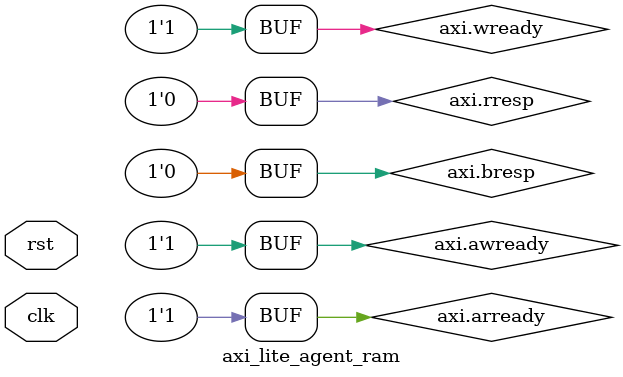
<source format=sv>
module axi_lite_agent_ram #(
  parameter SIZE = 2048
) (
  input clk,    
  input rst,  

  axi4lite_intf.slave      axi
  
);

localparam AWIDTH = $clog2(SIZE);

logic [AWIDTH-1:0] addra, addrb;

dprambe #(.DWIDTH(32), .AWIDTH(AWIDTH), .REGOUT("Y")) i_dprambe (
  .clka (clk       ),
  .wea  (axi.wvalid),
  .addra(addra     ),
  .dataa(axi.wdata ),
  .bea  (axi.wstrb ),
  .qa   (          ),
  
  .clkb (clk       ),
  .web  ('0        ),
  .addrb(addrb     ),
  .datab('0        ),
  .beb  ('1        ),
  .qb   (axi.rdata )
);

delayreg #(.WIDTH(1), .DELAY(2)) i_delayreg (
  .clk  (clk        ),
  .rst  (rst        ),
  .ena  ('1         ),
  .data (axi.arvalid),
  .delay(axi.rvalid ),
  .taps (           )
);

always_comb begin
  axi.rresp   = '0;
  axi.awready = '1;
  axi.wready  = '1;
  axi.bresp   = '0;
  axi.arready = '1;
end

always_ff @(posedge clk or posedge rst) begin
  if(rst) begin
    addra <= '0;
    addrb <= '0;
  end else begin
    addra      <= axi.awvalid ? axi.awaddr[AWIDTH-1:0] : addra;
    addrb      <= axi.arvalid ? axi.araddr[AWIDTH-1:0] : addrb;
    axi.bvalid <= axi.wready && axi.wvalid && axi.wready;
  end
end

endmodule
</source>
